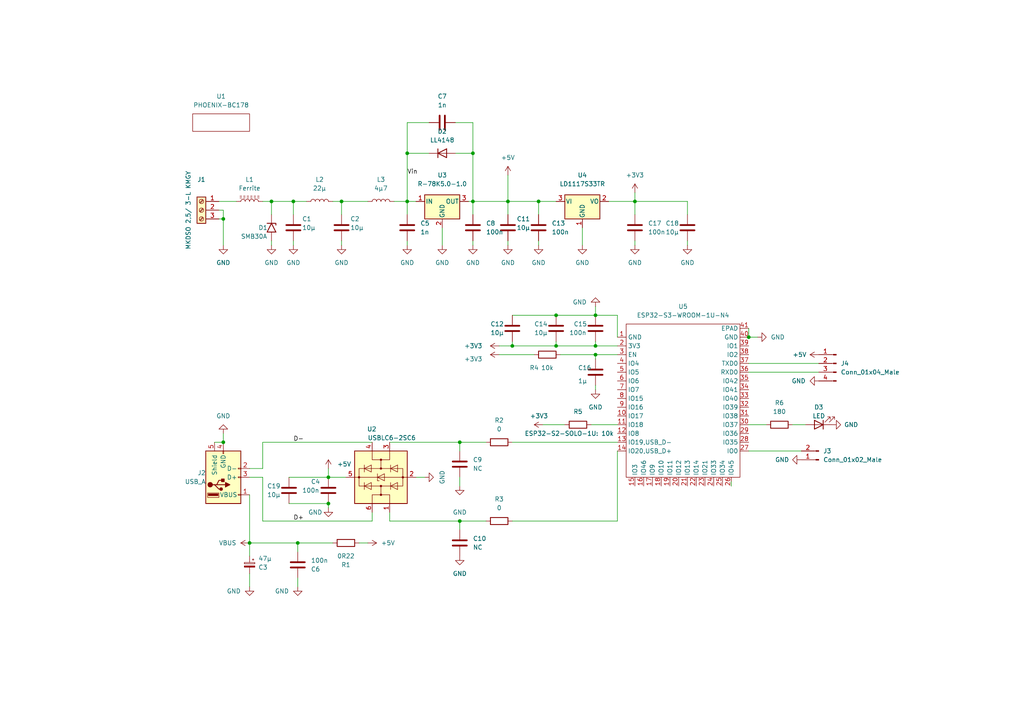
<source format=kicad_sch>
(kicad_sch (version 20230121) (generator eeschema)
  (paper "A4")
  (lib_symbols
    (symbol "Connector:Conn_01x02_Male" (pin_names (offset 1.016) hide)
      (property "Reference" "J" (at 0 2.54 0))
      (property "Value" "Conn_01x02_Male" (at 0 -5.08 0))
      (symbol "Conn_01x02_Male_1_1"
        (polyline (pts (xy 1.27 -2.54) (xy 0.8636 -2.54)) (stroke (width 0.1524)))
        (polyline (pts (xy 1.27 0) (xy 0.8636 0)) (stroke (width 0.1524)))
        (rectangle (start 0.8636 -2.413) (end 0 -2.667) (stroke (width 0.1524)) (fill (type outline)))
        (rectangle (start 0.8636 0.127) (end 0 -0.127) (stroke (width 0.1524)) (fill (type outline)))
        (pin passive line (at 5.08 0 180) (length 3.81) (name "Pin_1") (number "1"))
        (pin passive line (at 5.08 -2.54 180) (length 3.81) (name "Pin_2") (number "2"))
      )
    )
    (symbol "Connector:Conn_01x04_Male" (pin_names (offset 1.016) hide)
      (property "Reference" "J" (at 0 5.08 0))
      (property "Value" "Conn_01x04_Male" (at 0 -7.62 0))
      (symbol "Conn_01x04_Male_1_1"
        (polyline (pts (xy 1.27 -5.08) (xy 0.8636 -5.08)) (stroke (width 0.1524)))
        (polyline (pts (xy 1.27 -2.54) (xy 0.8636 -2.54)) (stroke (width 0.1524)))
        (polyline (pts (xy 1.27 0) (xy 0.8636 0)) (stroke (width 0.1524)))
        (polyline (pts (xy 1.27 2.54) (xy 0.8636 2.54)) (stroke (width 0.1524)))
        (rectangle (start 0.8636 -4.953) (end 0 -5.207) (stroke (width 0.1524)) (fill (type outline)))
        (rectangle (start 0.8636 -2.413) (end 0 -2.667) (stroke (width 0.1524)) (fill (type outline)))
        (rectangle (start 0.8636 0.127) (end 0 -0.127) (stroke (width 0.1524)) (fill (type outline)))
        (rectangle (start 0.8636 2.667) (end 0 2.413) (stroke (width 0.1524)) (fill (type outline)))
        (pin passive line (at 5.08 2.54 180) (length 3.81) (name "Pin_1") (number "1"))
        (pin passive line (at 5.08 0 180) (length 3.81) (name "Pin_2") (number "2"))
        (pin passive line (at 5.08 -2.54 180) (length 3.81) (name "Pin_3") (number "3"))
        (pin passive line (at 5.08 -5.08 180) (length 3.81) (name "Pin_4") (number "4"))
      )
    )
    (symbol "Connector:Screw_Terminal_01x03" (pin_names (offset 1.016) hide)
      (property "Reference" "J" (at 0 5.08 0))
      (property "Value" "Screw_Terminal_01x03" (at 0 -5.08 0))
      (symbol "Screw_Terminal_01x03_1_1"
        (rectangle (start -1.27 3.81) (end 1.27 -3.81) (stroke (width 0.254)) (fill (type background)))
        (circle (center 0 -2.54) (radius 0.635) (stroke (width 0.1524)))
        (polyline (pts (xy -0.5334 -2.2098) (xy 0.3302 -3.048)) (stroke (width 0.1524)))
        (polyline (pts (xy -0.5334 0.3302) (xy 0.3302 -0.508)) (stroke (width 0.1524)))
        (polyline (pts (xy -0.5334 2.8702) (xy 0.3302 2.032)) (stroke (width 0.1524)))
        (polyline (pts (xy -0.3556 -2.032) (xy 0.508 -2.8702)) (stroke (width 0.1524)))
        (polyline (pts (xy -0.3556 0.508) (xy 0.508 -0.3302)) (stroke (width 0.1524)))
        (polyline (pts (xy -0.3556 3.048) (xy 0.508 2.2098)) (stroke (width 0.1524)))
        (circle (center 0 0) (radius 0.635) (stroke (width 0.1524)))
        (circle (center 0 2.54) (radius 0.635) (stroke (width 0.1524)))
        (pin passive line (at -5.08 2.54 0) (length 3.81) (name "Pin_1") (number "1"))
        (pin passive line (at -5.08 0 0) (length 3.81) (name "Pin_2") (number "2"))
        (pin passive line (at -5.08 -2.54 0) (length 3.81) (name "Pin_3") (number "3"))
      )
    )
    (symbol "Connector:USB_A" (pin_names (offset 1.016))
      (property "Reference" "J" (at -5.08 11.43 0))
      (property "Value" "USB_A" (at -5.08 8.89 0))
      (symbol "USB_A_0_1"
        (rectangle (start -5.08 -7.62) (end 5.08 7.62) (stroke (width 0.254)) (fill (type background)))
        (circle (center -3.81 2.159) (radius 0.635) (stroke (width 0.254)) (fill (type outline)))
        (rectangle (start -1.524 4.826) (end -4.318 5.334) (fill (type outline)))
        (rectangle (start -1.27 4.572) (end -4.572 5.842))
        (circle (center -0.635 3.429) (radius 0.381) (stroke (width 0.254)) (fill (type outline)))
        (rectangle (start -0.127 -7.62) (end 0.127 -6.858))
        (polyline (pts (xy -3.175 2.159) (xy -2.54 2.159) (xy -1.27 3.429) (xy -0.635 3.429)) (stroke (width 0.254)))
        (polyline (pts (xy -2.54 2.159) (xy -1.905 2.159) (xy -1.27 0.889) (xy 0 0.889)) (stroke (width 0.254)))
        (polyline (pts (xy 0.635 2.794) (xy 0.635 1.524) (xy 1.905 2.159) (xy 0.635 2.794)) (stroke (width 0.254)) (fill (type outline)))
        (rectangle (start 0.254 1.27) (end -0.508 0.508) (stroke (width 0.254)) (fill (type outline)))
        (rectangle (start 5.08 -2.667) (end 4.318 -2.413))
        (rectangle (start 5.08 -0.127) (end 4.318 0.127))
        (rectangle (start 5.08 4.953) (end 4.318 5.207))
      )
      (symbol "USB_A_1_1"
        (polyline (pts (xy -1.905 2.159) (xy 0.635 2.159)) (stroke (width 0.254)))
        (pin power_in line (at 7.62 5.08 180) (length 2.54) (name "VBUS") (number "1"))
        (pin bidirectional line (at 7.62 -2.54 180) (length 2.54) (name "D-") (number "2"))
        (pin bidirectional line (at 7.62 0 180) (length 2.54) (name "D+") (number "3"))
        (pin power_in line (at 0 -10.16 90) (length 2.54) (name "GND") (number "4"))
        (pin passive line (at -2.54 -10.16 90) (length 2.54) (name "Shield") (number "5"))
      )
    )
    (symbol "Device:C" (pin_numbers hide) (pin_names (offset 0.254))
      (property "Reference" "C" (at 0.635 2.54 0))
      (property "Value" "C" (at 0.635 -2.54 0))
      (symbol "C_0_1"
        (polyline (pts (xy -2.032 -0.762) (xy 2.032 -0.762)) (stroke (width 0.508)))
        (polyline (pts (xy -2.032 0.762) (xy 2.032 0.762)) (stroke (width 0.508)))
      )
      (symbol "C_1_1"
        (pin passive line (at 0 3.81 270) (length 2.794) (name "~") (number "1"))
        (pin passive line (at 0 -3.81 90) (length 2.794) (name "~") (number "2"))
      )
    )
    (symbol "Device:C_Polarized_Small" (pin_numbers hide) (pin_names (offset 0.254) hide)
      (property "Reference" "C" (at 0.254 1.778 0))
      (property "Value" "C_Polarized_Small" (at 0.254 -2.032 0))
      (symbol "C_Polarized_Small_0_1"
        (rectangle (start -1.524 -0.3048) (end 1.524 -0.6858) (fill (type outline)))
        (rectangle (start -1.524 0.6858) (end 1.524 0.3048))
        (polyline (pts (xy -1.27 1.524) (xy -0.762 1.524)))
        (polyline (pts (xy -1.016 1.27) (xy -1.016 1.778)))
      )
      (symbol "C_Polarized_Small_1_1"
        (pin passive line (at 0 2.54 270) (length 1.8542) (name "~") (number "1"))
        (pin passive line (at 0 -2.54 90) (length 1.8542) (name "~") (number "2"))
      )
    )
    (symbol "Device:L" (pin_numbers hide) (pin_names (offset 1.016) hide)
      (property "Reference" "L" (at -1.27 0 90))
      (property "Value" "L" (at 1.905 0 90))
      (symbol "L_0_1"
        (arc (start 0 -2.54) (mid 0.6323 -1.905) (end 0 -1.27))
        (arc (start 0 -1.27) (mid 0.6323 -0.635) (end 0 0))
        (arc (start 0 0) (mid 0.6323 0.635) (end 0 1.27))
        (arc (start 0 1.27) (mid 0.6323 1.905) (end 0 2.54))
      )
      (symbol "L_1_1"
        (pin passive line (at 0 3.81 270) (length 1.27) (name "1") (number "1"))
        (pin passive line (at 0 -3.81 90) (length 1.27) (name "2") (number "2"))
      )
    )
    (symbol "Device:LED" (pin_numbers hide) (pin_names (offset 1.016) hide)
      (property "Reference" "D" (at 0 2.54 0))
      (property "Value" "LED" (at 0 -2.54 0))
      (symbol "LED_0_1"
        (polyline (pts (xy -1.27 -1.27) (xy -1.27 1.27)) (stroke (width 0.254)))
        (polyline (pts (xy -1.27 0) (xy 1.27 0)))
        (polyline (pts (xy 1.27 -1.27) (xy 1.27 1.27) (xy -1.27 0) (xy 1.27 -1.27)) (stroke (width 0.254)))
        (polyline (pts (xy -3.048 -0.762) (xy -4.572 -2.286) (xy -3.81 -2.286) (xy -4.572 -2.286) (xy -4.572 -1.524)))
        (polyline (pts (xy -1.778 -0.762) (xy -3.302 -2.286) (xy -2.54 -2.286) (xy -3.302 -2.286) (xy -3.302 -1.524)))
      )
      (symbol "LED_1_1"
        (pin passive line (at -3.81 0 0) (length 2.54) (name "K") (number "1"))
        (pin passive line (at 3.81 0 180) (length 2.54) (name "A") (number "2"))
      )
    )
    (symbol "Device:L_Ferrite" (pin_numbers hide) (pin_names (offset 1.016) hide)
      (property "Reference" "L" (at -1.27 0 90))
      (property "Value" "L_Ferrite" (at 2.794 0 90))
      (symbol "L_Ferrite_0_1"
        (arc (start 0 -2.54) (mid 0.6323 -1.905) (end 0 -1.27))
        (arc (start 0 -1.27) (mid 0.6323 -0.635) (end 0 0))
        (polyline (pts (xy 1.016 -2.794) (xy 1.016 -2.286)))
        (polyline (pts (xy 1.016 -1.778) (xy 1.016 -1.27)))
        (polyline (pts (xy 1.016 -0.762) (xy 1.016 -0.254)))
        (polyline (pts (xy 1.016 0.254) (xy 1.016 0.762)))
        (polyline (pts (xy 1.016 1.27) (xy 1.016 1.778)))
        (polyline (pts (xy 1.016 2.286) (xy 1.016 2.794)))
        (polyline (pts (xy 1.524 -2.286) (xy 1.524 -2.794)))
        (polyline (pts (xy 1.524 -1.27) (xy 1.524 -1.778)))
        (polyline (pts (xy 1.524 -0.254) (xy 1.524 -0.762)))
        (polyline (pts (xy 1.524 0.762) (xy 1.524 0.254)))
        (polyline (pts (xy 1.524 1.778) (xy 1.524 1.27)))
        (polyline (pts (xy 1.524 2.794) (xy 1.524 2.286)))
        (arc (start 0 0) (mid 0.6323 0.635) (end 0 1.27))
        (arc (start 0 1.27) (mid 0.6323 1.905) (end 0 2.54))
      )
      (symbol "L_Ferrite_1_1"
        (pin passive line (at 0 3.81 270) (length 1.27) (name "1") (number "1"))
        (pin passive line (at 0 -3.81 90) (length 1.27) (name "2") (number "2"))
      )
    )
    (symbol "Device:R" (pin_numbers hide) (pin_names (offset 0))
      (property "Reference" "R" (at 2.032 0 90))
      (property "Value" "R" (at 0 0 90))
      (symbol "R_0_1"
        (rectangle (start -1.016 -2.54) (end 1.016 2.54) (stroke (width 0.254)))
      )
      (symbol "R_1_1"
        (pin passive line (at 0 3.81 270) (length 1.27) (name "~") (number "1"))
        (pin passive line (at 0 -3.81 90) (length 1.27) (name "~") (number "2"))
      )
    )
    (symbol "Diode:LL4148" (pin_numbers hide) (pin_names hide)
      (property "Reference" "D" (at 0 2.54 0))
      (property "Value" "LL4148" (at 0 -2.54 0))
      (symbol "LL4148_0_1"
        (polyline (pts (xy -1.27 1.27) (xy -1.27 -1.27)) (stroke (width 0.254)))
        (polyline (pts (xy 1.27 0) (xy -1.27 0)))
        (polyline (pts (xy 1.27 1.27) (xy 1.27 -1.27) (xy -1.27 0) (xy 1.27 1.27)) (stroke (width 0.254)))
      )
      (symbol "LL4148_1_1"
        (pin passive line (at -3.81 0 0) (length 2.54) (name "K") (number "1"))
        (pin passive line (at 3.81 0 180) (length 2.54) (name "A") (number "2"))
      )
    )
    (symbol "Diode:SM6T12A" (pin_numbers hide) (pin_names (offset 1.016) hide)
      (property "Reference" "D" (at 0 2.54 0))
      (property "Value" "SM6T12A" (at 0 -2.54 0))
      (symbol "SM6T12A_0_1"
        (polyline (pts (xy -0.762 1.27) (xy -1.27 1.27) (xy -1.27 -1.27)) (stroke (width 0.254)))
        (polyline (pts (xy 1.27 1.27) (xy 1.27 -1.27) (xy -1.27 0) (xy 1.27 1.27)) (stroke (width 0.254)))
      )
      (symbol "SM6T12A_1_1"
        (pin passive line (at -3.81 0 0) (length 2.54) (name "A1") (number "1"))
        (pin passive line (at 3.81 0 180) (length 2.54) (name "A2") (number "2"))
      )
    )
    (symbol "Library:ESP32-S2-SOLO"
      (property "Reference" "U" (at 2.54 7.62 0))
      (property "Value" "ESP32-S2-SOLO" (at 10.16 5.08 0))
      (symbol "ESP32-S2-SOLO_0_1"
        (polyline (pts (xy 2.54 3.81) (xy 2.54 -40.64) (xy 35.56 -40.64) (xy 35.56 3.81) (xy 2.54 3.81)))
      )
      (symbol "ESP32-S2-SOLO_1_1"
        (pin power_in line (at 0 0 0) (length 2.54) (name "GND") (number "1"))
        (pin bidirectional line (at 0 -22.86 0) (length 2.54) (name "IO17") (number "10"))
        (pin bidirectional line (at 0 -25.4 0) (length 2.54) (name "IO18") (number "11"))
        (pin bidirectional line (at 0 -27.94 0) (length 2.54) (name "IO8") (number "12"))
        (pin bidirectional line (at 0 -30.48 0) (length 2.54) (name "IO19,USB_D-") (number "13"))
        (pin bidirectional line (at 0 -33.02 0) (length 2.54) (name "IO20,USB_D+") (number "14"))
        (pin bidirectional line (at 5.08 -43.18 90) (length 2.54) (name "IO3") (number "15"))
        (pin bidirectional line (at 7.62 -43.18 90) (length 2.54) (name "IO46") (number "16"))
        (pin bidirectional line (at 10.16 -43.18 90) (length 2.54) (name "IO9") (number "17"))
        (pin bidirectional line (at 12.7 -43.18 90) (length 2.54) (name "IO10") (number "18"))
        (pin bidirectional line (at 15.24 -43.18 90) (length 2.54) (name "IO11") (number "19"))
        (pin power_in line (at 0 -2.54 0) (length 2.54) (name "3V3") (number "2"))
        (pin bidirectional line (at 17.78 -43.18 90) (length 2.54) (name "IO12") (number "20"))
        (pin bidirectional line (at 20.32 -43.18 90) (length 2.54) (name "IO13") (number "21"))
        (pin bidirectional line (at 22.86 -43.18 90) (length 2.54) (name "IO14") (number "22"))
        (pin bidirectional line (at 25.4 -43.18 90) (length 2.54) (name "IO21") (number "23"))
        (pin bidirectional line (at 27.94 -43.18 90) (length 2.54) (name "IO33") (number "24"))
        (pin bidirectional line (at 30.48 -43.18 90) (length 2.54) (name "IO34") (number "25"))
        (pin bidirectional line (at 33.02 -43.18 90) (length 2.54) (name "IO45") (number "26"))
        (pin bidirectional line (at 38.1 -33.02 180) (length 2.54) (name "IO0") (number "27"))
        (pin bidirectional line (at 38.1 -30.48 180) (length 2.54) (name "IO35") (number "28"))
        (pin bidirectional line (at 38.1 -27.94 180) (length 2.54) (name "IO36") (number "29"))
        (pin input line (at 0 -5.08 0) (length 2.54) (name "EN") (number "3"))
        (pin bidirectional line (at 38.1 -25.4 180) (length 2.54) (name "IO37") (number "30"))
        (pin bidirectional line (at 38.1 -22.86 180) (length 2.54) (name "IO38") (number "31"))
        (pin bidirectional line (at 38.1 -20.32 180) (length 2.54) (name "IO39") (number "32"))
        (pin bidirectional line (at 38.1 -17.78 180) (length 2.54) (name "IO40") (number "33"))
        (pin bidirectional line (at 38.1 -15.24 180) (length 2.54) (name "IO41") (number "34"))
        (pin bidirectional line (at 38.1 -12.7 180) (length 2.54) (name "IO42") (number "35"))
        (pin input line (at 38.1 -10.16 180) (length 2.54) (name "RXD0") (number "36"))
        (pin output line (at 38.1 -7.62 180) (length 2.54) (name "TXD0") (number "37"))
        (pin bidirectional line (at 38.1 -5.08 180) (length 2.54) (name "IO2") (number "38"))
        (pin bidirectional line (at 38.1 -2.54 180) (length 2.54) (name "IO1") (number "39"))
        (pin bidirectional line (at 0 -7.62 0) (length 2.54) (name "IO4") (number "4"))
        (pin power_in line (at 38.1 0 180) (length 2.54) (name "GND") (number "40"))
        (pin power_in line (at 38.1 2.54 180) (length 2.54) (name "EPAD") (number "41"))
        (pin bidirectional line (at 0 -10.16 0) (length 2.54) (name "IO5") (number "5"))
        (pin bidirectional line (at 0 -12.7 0) (length 2.54) (name "IO6") (number "6"))
        (pin bidirectional line (at 0 -15.24 0) (length 2.54) (name "IO7") (number "7"))
        (pin bidirectional line (at 0 -17.78 0) (length 2.54) (name "IO15") (number "8"))
        (pin bidirectional line (at 0 -20.32 0) (length 2.54) (name "IO16") (number "9"))
      )
    )
    (symbol "Library:PHOENIX-BC178"
      (property "Reference" "U" (at 0 0 0))
      (property "Value" "PHOENIX-BC178" (at 0 0 0))
      (symbol "PHOENIX-BC178_0_1"
        (rectangle (start -7.62 -2.54) (end 8.89 -7.62))
      )
    )
    (symbol "Power_Protection:USBLC6-2SC6" (pin_names hide)
      (property "Reference" "U" (at 2.54 8.89 0))
      (property "Value" "USBLC6-2SC6" (at 2.54 -8.89 0))
      (symbol "USBLC6-2SC6_0_1"
        (rectangle (start -7.62 -7.62) (end 7.62 7.62) (stroke (width 0.254)) (fill (type background)))
        (circle (center -5.08 0) (radius 0.254) (fill (type outline)))
        (circle (center -2.54 0) (radius 0.254) (fill (type outline)))
        (rectangle (start -2.54 6.35) (end 2.54 -6.35))
        (circle (center 0 -6.35) (radius 0.254) (fill (type outline)))
        (polyline (pts (xy -5.08 -2.54) (xy -7.62 -2.54)))
        (polyline (pts (xy -5.08 0) (xy -5.08 -2.54)))
        (polyline (pts (xy -5.08 2.54) (xy -7.62 2.54)))
        (polyline (pts (xy -1.524 -2.794) (xy -3.556 -2.794)))
        (polyline (pts (xy -1.524 4.826) (xy -3.556 4.826)))
        (polyline (pts (xy 0 -7.62) (xy 0 -6.35)))
        (polyline (pts (xy 0 -6.35) (xy 0 1.27)))
        (polyline (pts (xy 0 1.27) (xy 0 6.35)))
        (polyline (pts (xy 0 6.35) (xy 0 7.62)))
        (polyline (pts (xy 1.524 -2.794) (xy 3.556 -2.794)))
        (polyline (pts (xy 1.524 4.826) (xy 3.556 4.826)))
        (polyline (pts (xy 5.08 -2.54) (xy 7.62 -2.54)))
        (polyline (pts (xy 5.08 0) (xy 5.08 -2.54)))
        (polyline (pts (xy 5.08 2.54) (xy 7.62 2.54)))
        (polyline (pts (xy -2.54 0) (xy -5.08 0) (xy -5.08 2.54)))
        (polyline (pts (xy 2.54 0) (xy 5.08 0) (xy 5.08 2.54)))
        (polyline (pts (xy -3.556 -4.826) (xy -1.524 -4.826) (xy -2.54 -2.794) (xy -3.556 -4.826)))
        (polyline (pts (xy -3.556 2.794) (xy -1.524 2.794) (xy -2.54 4.826) (xy -3.556 2.794)))
        (polyline (pts (xy -1.016 -1.016) (xy 1.016 -1.016) (xy 0 1.016) (xy -1.016 -1.016)))
        (polyline (pts (xy 1.016 1.016) (xy 0.762 1.016) (xy -1.016 1.016) (xy -1.016 0.508)))
        (polyline (pts (xy 3.556 -4.826) (xy 1.524 -4.826) (xy 2.54 -2.794) (xy 3.556 -4.826)))
        (polyline (pts (xy 3.556 2.794) (xy 1.524 2.794) (xy 2.54 4.826) (xy 3.556 2.794)))
        (circle (center 0 6.35) (radius 0.254) (fill (type outline)))
        (circle (center 2.54 0) (radius 0.254) (fill (type outline)))
        (circle (center 5.08 0) (radius 0.254) (fill (type outline)))
      )
      (symbol "USBLC6-2SC6_1_1"
        (pin passive line (at -10.16 -2.54 0) (length 2.54) (name "I/O1") (number "1"))
        (pin passive line (at 0 -10.16 90) (length 2.54) (name "GND") (number "2"))
        (pin passive line (at 10.16 -2.54 180) (length 2.54) (name "I/O2") (number "3"))
        (pin passive line (at 10.16 2.54 180) (length 2.54) (name "I/O2") (number "4"))
        (pin passive line (at 0 10.16 270) (length 2.54) (name "VBUS") (number "5"))
        (pin passive line (at -10.16 2.54 0) (length 2.54) (name "I/O1") (number "6"))
      )
    )
    (symbol "Regulator_Linear:LD1117S33TR_SOT223" (pin_names (offset 0.254))
      (property "Reference" "U" (at -3.81 3.175 0))
      (property "Value" "LD1117S33TR_SOT223" (at 0 3.175 0))
      (symbol "LD1117S33TR_SOT223_0_1"
        (rectangle (start -5.08 -5.08) (end 5.08 1.905) (stroke (width 0.254)) (fill (type background)))
      )
      (symbol "LD1117S33TR_SOT223_1_1"
        (pin power_in line (at 0 -7.62 90) (length 2.54) (name "GND") (number "1"))
        (pin power_out line (at 7.62 0 180) (length 2.54) (name "VO") (number "2"))
        (pin power_in line (at -7.62 0 0) (length 2.54) (name "VI") (number "3"))
      )
    )
    (symbol "Regulator_Switching:R-78E5.0-0.5" (pin_names (offset 0.254))
      (property "Reference" "U" (at -3.81 3.175 0))
      (property "Value" "R-78E5.0-0.5" (at 0 3.175 0))
      (symbol "R-78E5.0-0.5_0_1"
        (rectangle (start -5.08 1.905) (end 5.08 -5.08) (stroke (width 0.254)) (fill (type background)))
      )
      (symbol "R-78E5.0-0.5_1_1"
        (pin power_in line (at -7.62 0 0) (length 2.54) (name "IN") (number "1"))
        (pin power_in line (at 0 -7.62 90) (length 2.54) (name "GND") (number "2"))
        (pin power_out line (at 7.62 0 180) (length 2.54) (name "OUT") (number "3"))
      )
    )
    (symbol "power:+3V3" (power) (pin_names (offset 0))
      (property "Value" "+3V3" (at 0 3.556 0))
      (symbol "+3V3_0_1"
        (polyline (pts (xy -0.762 1.27) (xy 0 2.54)))
        (polyline (pts (xy 0 0) (xy 0 2.54)))
        (polyline (pts (xy 0 2.54) (xy 0.762 1.27)))
      )
      (symbol "+3V3_1_1"
        (pin power_in line (at 0 0 90) (length 0) hide (name "+3V3") (number "1"))
      )
    )
    (symbol "power:+5V" (power) (pin_names (offset 0))
      (property "Value" "+5V" (at 0 3.556 0))
      (symbol "+5V_0_1"
        (polyline (pts (xy -0.762 1.27) (xy 0 2.54)))
        (polyline (pts (xy 0 0) (xy 0 2.54)))
        (polyline (pts (xy 0 2.54) (xy 0.762 1.27)))
      )
      (symbol "+5V_1_1"
        (pin power_in line (at 0 0 90) (length 0) hide (name "+5V") (number "1"))
      )
    )
    (symbol "power:GND" (power) (pin_names (offset 0))
      (property "Value" "GND" (at 0 -3.81 0))
      (symbol "GND_0_1"
        (polyline (pts (xy 0 0) (xy 0 -1.27) (xy 1.27 -1.27) (xy 0 -2.54) (xy -1.27 -1.27) (xy 0 -1.27)))
      )
      (symbol "GND_1_1"
        (pin power_in line (at 0 0 270) (length 0) hide (name "GND") (number "1"))
      )
    )
    (symbol "power:VBUS" (power) (pin_names (offset 0))
      (property "Value" "VBUS" (at 0 3.81 0))
      (symbol "VBUS_0_1"
        (polyline (pts (xy -0.762 1.27) (xy 0 2.54)))
        (polyline (pts (xy 0 0) (xy 0 2.54)))
        (polyline (pts (xy 0 2.54) (xy 0.762 1.27)))
      )
      (symbol "VBUS_1_1"
        (pin power_in line (at 0 0 90) (length 0) hide (name "VBUS") (number "1"))
      )
    )
  )
  (junction (at 161.29 91.44))
  (junction (at 118.11 58.42))
  (junction (at 95.25 146.05))
  (junction (at 161.29 100.33))
  (junction (at 172.72 91.44))
  (junction (at 172.72 100.33))
  (junction (at 133.35 151.13))
  (junction (at 64.77 63.5))
  (junction (at 148.59 100.33))
  (junction (at 95.25 138.43))
  (junction (at 156.21 58.42))
  (junction (at 217.17 97.79))
  (junction (at 137.16 58.42))
  (junction (at 172.72 102.87))
  (junction (at 147.32 58.42))
  (junction (at 64.77 128.27))
  (junction (at 86.36 157.48))
  (junction (at 118.11 44.45))
  (junction (at 78.74 58.42))
  (junction (at 85.09 58.42))
  (junction (at 99.06 58.42))
  (junction (at 72.39 157.48))
  (junction (at 137.16 44.45))
  (junction (at 184.15 58.42))
  (junction (at 133.35 128.27))
  (wire (pts (xy 179.07 91.44) (xy 172.72 91.44)))
  (wire (pts (xy 156.21 58.42) (xy 156.21 62.23)))
  (wire (pts (xy 133.35 138.43) (xy 133.35 140.97)))
  (wire (pts (xy 104.14 157.48) (xy 106.68 157.48)))
  (wire (pts (xy 156.21 69.85) (xy 156.21 71.12)))
  (wire (pts (xy 199.39 71.12) (xy 199.39 69.85)))
  (wire (pts (xy 217.17 123.19) (xy 222.25 123.19)))
  (wire (pts (xy 124.46 35.56) (xy 118.11 35.56)))
  (wire (pts (xy 172.72 113.03) (xy 172.72 111.76)))
  (wire (pts (xy 78.74 62.23) (xy 78.74 58.42)))
  (wire (pts (xy 148.59 100.33) (xy 161.29 100.33)))
  (wire (pts (xy 137.16 58.42) (xy 147.32 58.42)))
  (wire (pts (xy 137.16 69.85) (xy 137.16 71.12)))
  (wire (pts (xy 137.16 58.42) (xy 137.16 62.23)))
  (wire (pts (xy 76.2 138.43) (xy 72.39 138.43)))
  (wire (pts (xy 133.35 128.27) (xy 140.97 128.27)))
  (wire (pts (xy 184.15 58.42) (xy 184.15 55.88)))
  (wire (pts (xy 86.36 157.48) (xy 96.52 157.48)))
  (wire (pts (xy 147.32 58.42) (xy 156.21 58.42)))
  (wire (pts (xy 148.59 99.06) (xy 148.59 100.33)))
  (wire (pts (xy 113.03 151.13) (xy 113.03 148.59)))
  (wire (pts (xy 118.11 58.42) (xy 120.65 58.42)))
  (wire (pts (xy 147.32 58.42) (xy 147.32 62.23)))
  (wire (pts (xy 137.16 44.45) (xy 137.16 58.42)))
  (wire (pts (xy 62.23 128.27) (xy 64.77 128.27)))
  (wire (pts (xy 107.95 151.13) (xy 107.95 148.59)))
  (wire (pts (xy 99.06 62.23) (xy 99.06 58.42)))
  (wire (pts (xy 184.15 69.85) (xy 184.15 71.12)))
  (wire (pts (xy 95.25 146.05) (xy 95.25 147.32)))
  (wire (pts (xy 85.09 58.42) (xy 88.9 58.42)))
  (wire (pts (xy 96.52 58.42) (xy 99.06 58.42)))
  (wire (pts (xy 86.36 170.18) (xy 86.36 167.64)))
  (wire (pts (xy 179.07 102.87) (xy 172.72 102.87)))
  (wire (pts (xy 171.45 123.19) (xy 179.07 123.19)))
  (wire (pts (xy 63.5 60.96) (xy 64.77 60.96)))
  (wire (pts (xy 76.2 58.42) (xy 78.74 58.42)))
  (wire (pts (xy 217.17 95.25) (xy 217.17 97.79)))
  (wire (pts (xy 76.2 135.89) (xy 72.39 135.89)))
  (wire (pts (xy 148.59 151.13) (xy 179.07 151.13)))
  (wire (pts (xy 147.32 69.85) (xy 147.32 71.12)))
  (wire (pts (xy 156.21 58.42) (xy 161.29 58.42)))
  (wire (pts (xy 184.15 62.23) (xy 184.15 58.42)))
  (wire (pts (xy 172.72 88.9) (xy 172.72 91.44)))
  (wire (pts (xy 113.03 128.27) (xy 133.35 128.27)))
  (wire (pts (xy 85.09 69.85) (xy 85.09 71.12)))
  (wire (pts (xy 135.89 58.42) (xy 137.16 58.42)))
  (wire (pts (xy 63.5 63.5) (xy 64.77 63.5)))
  (wire (pts (xy 64.77 125.73) (xy 64.77 128.27)))
  (wire (pts (xy 172.72 100.33) (xy 179.07 100.33)))
  (wire (pts (xy 78.74 58.42) (xy 85.09 58.42)))
  (wire (pts (xy 76.2 151.13) (xy 76.2 138.43)))
  (wire (pts (xy 99.06 58.42) (xy 106.68 58.42)))
  (wire (pts (xy 76.2 128.27) (xy 76.2 135.89)))
  (wire (pts (xy 64.77 60.96) (xy 64.77 63.5)))
  (wire (pts (xy 176.53 58.42) (xy 184.15 58.42)))
  (wire (pts (xy 133.35 151.13) (xy 133.35 153.67)))
  (wire (pts (xy 199.39 62.23) (xy 199.39 58.42)))
  (wire (pts (xy 118.11 58.42) (xy 118.11 62.23)))
  (wire (pts (xy 133.35 128.27) (xy 133.35 130.81)))
  (wire (pts (xy 78.74 69.85) (xy 78.74 71.12)))
  (wire (pts (xy 132.08 35.56) (xy 137.16 35.56)))
  (wire (pts (xy 212.09 140.97) (xy 212.09 139.7)))
  (wire (pts (xy 172.72 104.14) (xy 172.72 102.87)))
  (wire (pts (xy 99.06 69.85) (xy 99.06 71.12)))
  (wire (pts (xy 199.39 58.42) (xy 184.15 58.42)))
  (wire (pts (xy 95.25 135.89) (xy 95.25 138.43)))
  (wire (pts (xy 72.39 170.18) (xy 72.39 166.37)))
  (wire (pts (xy 133.35 151.13) (xy 140.97 151.13)))
  (wire (pts (xy 83.82 146.05) (xy 95.25 146.05)))
  (wire (pts (xy 179.07 130.81) (xy 179.07 151.13)))
  (wire (pts (xy 229.87 123.19) (xy 233.68 123.19)))
  (wire (pts (xy 72.39 157.48) (xy 86.36 157.48)))
  (wire (pts (xy 72.39 143.51) (xy 72.39 157.48)))
  (wire (pts (xy 144.78 102.87) (xy 154.94 102.87)))
  (wire (pts (xy 161.29 99.06) (xy 161.29 100.33)))
  (wire (pts (xy 217.17 107.95) (xy 237.49 107.95)))
  (wire (pts (xy 217.17 105.41) (xy 237.49 105.41)))
  (wire (pts (xy 161.29 100.33) (xy 172.72 100.33)))
  (wire (pts (xy 124.46 44.45) (xy 118.11 44.45)))
  (wire (pts (xy 128.27 66.04) (xy 128.27 71.12)))
  (wire (pts (xy 120.65 138.43) (xy 123.19 138.43)))
  (wire (pts (xy 144.78 100.33) (xy 148.59 100.33)))
  (wire (pts (xy 113.03 151.13) (xy 133.35 151.13)))
  (wire (pts (xy 179.07 97.79) (xy 179.07 91.44)))
  (wire (pts (xy 118.11 44.45) (xy 118.11 58.42)))
  (wire (pts (xy 217.17 130.81) (xy 232.41 130.81)))
  (wire (pts (xy 86.36 160.02) (xy 86.36 157.48)))
  (wire (pts (xy 217.17 97.79) (xy 219.71 97.79)))
  (wire (pts (xy 148.59 128.27) (xy 179.07 128.27)))
  (wire (pts (xy 85.09 62.23) (xy 85.09 58.42)))
  (wire (pts (xy 114.3 58.42) (xy 118.11 58.42)))
  (wire (pts (xy 147.32 50.8) (xy 147.32 58.42)))
  (wire (pts (xy 161.29 91.44) (xy 172.72 91.44)))
  (wire (pts (xy 132.08 44.45) (xy 137.16 44.45)))
  (wire (pts (xy 107.95 151.13) (xy 76.2 151.13)))
  (wire (pts (xy 72.39 161.29) (xy 72.39 157.48)))
  (wire (pts (xy 63.5 58.42) (xy 68.58 58.42)))
  (wire (pts (xy 107.95 128.27) (xy 76.2 128.27)))
  (wire (pts (xy 148.59 91.44) (xy 161.29 91.44)))
  (wire (pts (xy 64.77 63.5) (xy 64.77 71.12)))
  (wire (pts (xy 168.91 66.04) (xy 168.91 71.12)))
  (wire (pts (xy 83.82 138.43) (xy 95.25 138.43)))
  (wire (pts (xy 95.25 138.43) (xy 100.33 138.43)))
  (wire (pts (xy 137.16 35.56) (xy 137.16 44.45)))
  (wire (pts (xy 118.11 35.56) (xy 118.11 44.45)))
  (wire (pts (xy 172.72 102.87) (xy 162.56 102.87)))
  (wire (pts (xy 118.11 69.85) (xy 118.11 71.12)))
  (wire (pts (xy 157.48 123.19) (xy 163.83 123.19)))
  (wire (pts (xy 172.72 99.06) (xy 172.72 100.33)))
  (label "D+" (at 85.09 151.13 0))
  (label "D-" (at 85.09 128.27 0))
  (label "Vin" (at 118.11 50.8 0))
  (symbol (lib_id "power:GND") (at 172.72 113.03 0) (mirror y) (unit 1)
    (property "Reference" "#PWR025" (effects hide))
    (property "Value" "GND" (at 172.72 118.11 0))
  )
  (symbol (lib_id "Connector:Conn_01x04_Male") (at 242.57 105.41 0) (mirror y) (unit 1)
    (property "Reference" "J4" (at 243.84 105.4099 0) (effects (justify right)))
    (property "Value" "Conn_01x04_Male" (at 243.84 107.9499 0) (effects (justify right)))
    (property "Footprint" "Connector_PinHeader_2.00mm:PinHeader_1x04_P2.00mm_Horizontal" (effects hide))
  )
  (symbol (lib_id "power:GND") (at 95.25 147.32 0) (mirror y) (unit 1)
    (property "Reference" "#PWR07" (effects hide))
    (property "Value" "GND" (at 91.44 148.59 0))
  )
  (symbol (lib_id "power:GND") (at 128.27 71.12 0) (unit 1)
    (property "Reference" "#PWR012" (effects hide))
    (property "Value" "GND" (at 128.27 76.2 0))
  )
  (symbol (lib_id "power:GND") (at 72.39 170.18 0) (unit 1)
    (property "Reference" "#PWR06" (effects hide))
    (property "Value" "GND" (at 69.85 171.4501 0) (effects (justify right)))
  )
  (symbol (lib_id "power:GND") (at 64.77 71.12 0) (unit 1)
    (property "Reference" "#PWR01" (effects hide))
    (property "Value" "GND" (at 64.77 76.2 0))
  )
  (symbol (lib_id "power:GND") (at 241.3 123.19 90) (mirror x) (unit 1)
    (property "Reference" "#PWR033" (effects hide))
    (property "Value" "GND" (at 248.92 123.19 90) (effects (justify left)))
  )
  (symbol (lib_id "power:GND") (at 156.21 71.12 0) (unit 1)
    (property "Reference" "#PWR021" (effects hide))
    (property "Value" "GND" (at 156.21 76.2 0))
  )
  (symbol (lib_id "power:+3V3") (at 157.48 123.19 90) (unit 1)
    (property "Reference" "#PWR022" (effects hide))
    (property "Value" "+3V3" (at 153.67 120.65 90) (effects (justify right)))
  )
  (symbol (lib_id "power:GND") (at 123.19 138.43 90) (mirror x) (unit 1)
    (property "Reference" "#PWR011" (effects hide))
    (property "Value" "GND" (at 128.27 138.43 0))
  )
  (symbol (lib_id "Device:C") (at 148.59 95.25 0) (unit 1)
    (property "Reference" "C12" (at 142.24 93.98 0) (effects (justify left)))
    (property "Value" "10µ" (at 142.24 96.52 0) (effects (justify left)))
    (property "Footprint" "Capacitor_SMD:C_1206_3216Metric" (effects hide))
  )
  (symbol (lib_id "Connector:Conn_01x02_Male") (at 237.49 133.35 180) (unit 1)
    (property "Reference" "J3" (at 238.76 130.8099 0) (effects (justify right)))
    (property "Value" "Conn_01x02_Male" (at 238.76 133.3499 0) (effects (justify right)))
    (property "Footprint" "Connector_PinHeader_2.00mm:PinHeader_1x02_P2.00mm_Horizontal" (effects hide))
  )
  (symbol (lib_id "power:GND") (at 99.06 71.12 0) (unit 1)
    (property "Reference" "#PWR04" (effects hide))
    (property "Value" "GND" (at 99.06 76.2 0))
  )
  (symbol (lib_id "Device:R") (at 226.06 123.19 90) (unit 1)
    (property "Reference" "R6" (at 226.06 116.84 90))
    (property "Value" "180" (at 226.06 119.38 90))
    (property "Footprint" "Resistor_SMD:R_0603_1608Metric" (effects hide))
  )
  (symbol (lib_id "power:GND") (at 86.36 170.18 0) (unit 1)
    (property "Reference" "#PWR09" (effects hide))
    (property "Value" "GND" (at 83.82 171.4501 0) (effects (justify right)))
  )
  (symbol (lib_id "power:+5V") (at 147.32 50.8 0) (unit 1)
    (property "Reference" "#PWR019" (effects hide))
    (property "Value" "+5V" (at 147.32 45.72 0))
  )
  (symbol (lib_id "Device:L") (at 92.71 58.42 90) (unit 1)
    (property "Reference" "L2" (at 92.71 52.07 90))
    (property "Value" "22µ" (at 92.71 54.61 90))
    (property "Footprint" "Inductor_SMD:L_1210_3225Metric" (effects hide))
  )
  (symbol (lib_id "Device:C") (at 86.36 163.83 0) (mirror x) (unit 1)
    (property "Reference" "C6" (at 90.17 165.1001 0) (effects (justify left)))
    (property "Value" "100n" (at 90.17 162.5601 0) (effects (justify left)))
    (property "Footprint" "Capacitor_SMD:C_0603_1608Metric" (effects hide))
  )
  (symbol (lib_id "Diode:SM6T12A") (at 78.74 66.04 270) (unit 1)
    (property "Reference" "D1" (at 74.93 66.04 90) (effects (justify left)))
    (property "Value" "SMB30A" (at 69.85 68.58 90) (effects (justify left)))
    (property "Footprint" "Diode_SMD:D_SMB" (effects hide))
    (property "Datasheet" "https://www.st.com/resource/en/datasheet/sm6t.pdf" (effects hide))
  )
  (symbol (lib_id "Device:R") (at 158.75 102.87 90) (unit 1)
    (property "Reference" "R4" (at 154.94 106.68 90))
    (property "Value" "10k" (at 158.75 106.68 90))
    (property "Footprint" "Resistor_SMD:R_0603_1608Metric" (effects hide))
  )
  (symbol (lib_id "power:GND") (at 237.49 110.49 270) (mirror x) (unit 1)
    (property "Reference" "#PWR032" (effects hide))
    (property "Value" "GND" (at 233.68 110.49 90) (effects (justify right)))
  )
  (symbol (lib_id "power:GND") (at 168.91 71.12 0) (mirror y) (unit 1)
    (property "Reference" "#PWR023" (effects hide))
    (property "Value" "GND" (at 168.91 76.2 0))
  )
  (symbol (lib_id "power:GND") (at 133.35 140.97 0) (mirror y) (unit 1)
    (property "Reference" "#PWR015" (effects hide))
    (property "Value" "GND" (at 133.35 148.59 0))
  )
  (symbol (lib_id "Device:C") (at 128.27 35.56 90) (unit 1)
    (property "Reference" "C7" (at 128.27 27.94 90))
    (property "Value" "1n" (at 128.27 30.48 90))
    (property "Footprint" "Capacitor_SMD:C_0603_1608Metric" (effects hide))
  )
  (symbol (lib_id "Device:C") (at 133.35 157.48 0) (unit 1)
    (property "Reference" "C10" (at 137.16 156.2099 0) (effects (justify left)))
    (property "Value" "NC" (at 137.16 158.7499 0) (effects (justify left)))
    (property "Footprint" "Capacitor_SMD:C_0603_1608Metric" (effects hide))
  )
  (symbol (lib_id "Device:C") (at 118.11 66.04 0) (unit 1)
    (property "Reference" "C5" (at 121.92 64.7699 0) (effects (justify left)))
    (property "Value" "1n" (at 121.92 67.3099 0) (effects (justify left)))
    (property "Footprint" "Capacitor_SMD:C_0603_1608Metric" (effects hide))
  )
  (symbol (lib_id "power:+3V3") (at 184.15 55.88 0) (unit 1)
    (property "Reference" "#PWR026" (effects hide))
    (property "Value" "+3V3" (at 184.15 50.8 0))
  )
  (symbol (lib_id "Device:C") (at 156.21 66.04 0) (unit 1)
    (property "Reference" "C13" (at 160.02 64.7699 0) (effects (justify left)))
    (property "Value" "100n" (at 160.02 67.3099 0) (effects (justify left)))
    (property "Footprint" "Capacitor_SMD:C_0603_1608Metric" (effects hide))
  )
  (symbol (lib_id "Device:C") (at 99.06 66.04 0) (unit 1)
    (property "Reference" "C2" (at 101.6 63.5 0) (effects (justify left)))
    (property "Value" "10µ" (at 101.6 66.04 0) (effects (justify left)))
    (property "Footprint" "Capacitor_SMD:C_1206_3216Metric" (effects hide))
  )
  (symbol (lib_id "power:GND") (at 147.32 71.12 0) (unit 1)
    (property "Reference" "#PWR020" (effects hide))
    (property "Value" "GND" (at 147.32 76.2 0))
  )
  (symbol (lib_id "Device:C") (at 133.35 134.62 0) (unit 1)
    (property "Reference" "C9" (at 137.16 133.3499 0) (effects (justify left)))
    (property "Value" "NC" (at 137.16 135.8899 0) (effects (justify left)))
    (property "Footprint" "Capacitor_SMD:C_0603_1608Metric" (effects hide))
  )
  (symbol (lib_id "Device:LED") (at 237.49 123.19 180) (unit 1)
    (property "Reference" "D3" (at 237.49 118.11 0))
    (property "Value" "LED" (at 237.49 120.65 0))
    (property "Footprint" "LED_THT:LED_D1.8mm_W1.8mm_H2.4mm_Horizontal_O3.81mm_Z1.6mm" (effects hide))
  )
  (symbol (lib_id "power:GND") (at 219.71 97.79 90) (mirror x) (unit 1)
    (property "Reference" "#PWR029" (effects hide))
    (property "Value" "GND" (at 223.52 97.7899 90) (effects (justify right)))
  )
  (symbol (lib_id "power:GND") (at 118.11 71.12 0) (unit 1)
    (property "Reference" "#PWR08" (effects hide))
    (property "Value" "GND" (at 118.11 76.2 0))
  )
  (symbol (lib_id "Device:C") (at 85.09 66.04 0) (unit 1)
    (property "Reference" "C1" (at 87.63 63.5 0) (effects (justify left)))
    (property "Value" "10µ" (at 87.63 66.04 0) (effects (justify left)))
    (property "Footprint" "Capacitor_SMD:C_1206_3216Metric" (effects hide))
  )
  (symbol (lib_id "power:+5V") (at 95.25 135.89 0) (unit 1)
    (property "Reference" "#PWR010" (effects hide))
    (property "Value" "+5V" (at 97.79 134.6199 0) (effects (justify left)))
  )
  (symbol (lib_id "power:+5V") (at 237.49 102.87 90) (unit 1)
    (property "Reference" "#PWR031" (effects hide))
    (property "Value" "+5V" (at 229.87 102.87 90) (effects (justify right)))
  )
  (symbol (lib_id "power:GND") (at 184.15 71.12 0) (unit 1)
    (property "Reference" "#PWR027" (effects hide))
    (property "Value" "GND" (at 184.15 76.2 0))
  )
  (symbol (lib_id "Power_Protection:USBLC6-2SC6") (at 110.49 138.43 90) (unit 1)
    (property "Reference" "U2" (at 109.22 124.46 90) (effects (justify left)))
    (property "Value" "USBLC6-2SC6" (at 120.65 127 90) (effects (justify left)))
    (property "Footprint" "Package_TO_SOT_SMD:SOT-23-6" (effects hide))
    (property "Datasheet" "https://www.st.com/resource/en/datasheet/usblc6-2.pdf" (effects hide))
  )
  (symbol (lib_id "power:+3V3") (at 144.78 100.33 90) (unit 1)
    (property "Reference" "#PWR017" (effects hide))
    (property "Value" "+3V3" (at 134.62 100.33 90) (effects (justify right)))
  )
  (symbol (lib_id "Regulator_Switching:R-78E5.0-0.5") (at 128.27 58.42 0) (unit 1)
    (property "Reference" "U3" (at 128.27 50.8 0))
    (property "Value" "R-78K5.0-1.0" (at 128.27 53.34 0))
    (property "Footprint" "Converter_DCDC:Converter_DCDC_RECOM_R-78E-0.5_THT" (effects hide))
    (property "Datasheet" "https://www.recom-power.com/pdf/Innoline/R-78Exx-0.5.pdf" (effects hide))
  )
  (symbol (lib_id "power:VBUS") (at 72.39 157.48 90) (unit 1)
    (property "Reference" "#PWR0101" (effects hide))
    (property "Value" "VBUS" (at 68.58 157.4799 90) (effects (justify left)))
  )
  (symbol (lib_id "Device:C") (at 83.82 142.24 0) (unit 1)
    (property "Reference" "C19" (at 77.47 140.97 0) (effects (justify left)))
    (property "Value" "10µ" (at 77.47 143.51 0) (effects (justify left)))
    (property "Footprint" "Capacitor_SMD:C_1206_3216Metric" (effects hide))
  )
  (symbol (lib_id "Device:R") (at 100.33 157.48 90) (mirror x) (unit 1)
    (property "Reference" "R1" (at 100.33 163.83 90))
    (property "Value" "0R22" (at 100.33 161.29 90))
    (property "Footprint" "Resistor_SMD:R_0603_1608Metric" (effects hide))
  )
  (symbol (lib_id "Device:C") (at 172.72 95.25 0) (unit 1)
    (property "Reference" "C15" (at 166.37 93.98 0) (effects (justify left)))
    (property "Value" "100n" (at 165.1 96.52 0) (effects (justify left)))
    (property "Footprint" "Capacitor_SMD:C_0603_1608Metric" (effects hide))
  )
  (symbol (lib_id "Diode:LL4148") (at 128.27 44.45 0) (unit 1)
    (property "Reference" "D2" (at 128.27 38.1 0))
    (property "Value" "LL4148" (at 128.27 40.64 0))
    (property "Footprint" "Diode_SMD:D_MiniMELF" (effects hide))
    (property "Datasheet" "http://www.vishay.com/docs/85557/ll4148.pdf" (effects hide))
  )
  (symbol (lib_id "power:GND") (at 85.09 71.12 0) (unit 1)
    (property "Reference" "#PWR03" (effects hide))
    (property "Value" "GND" (at 85.09 76.2 0))
  )
  (symbol (lib_id "Regulator_Linear:LD1117S33TR_SOT223") (at 168.91 58.42 0) (unit 1)
    (property "Reference" "U4" (at 168.91 50.8 0))
    (property "Value" "LD1117S33TR" (at 168.91 53.34 0))
    (property "Footprint" "Package_TO_SOT_SMD:SOT-223-3_TabPin2" (effects hide))
    (property "Datasheet" "http://www.st.com/st-web-ui/static/active/en/resource/technical/document/datasheet/CD00000544.pdf" (effects hide))
  )
  (symbol (lib_id "power:GND") (at 199.39 71.12 0) (unit 1)
    (property "Reference" "#PWR028" (effects hide))
    (property "Value" "GND" (at 199.39 76.2 0))
  )
  (symbol (lib_id "Device:C") (at 137.16 66.04 0) (unit 1)
    (property "Reference" "C8" (at 140.97 64.7699 0) (effects (justify left)))
    (property "Value" "100n" (at 140.97 67.3099 0) (effects (justify left)))
    (property "Footprint" "Capacitor_SMD:C_0603_1608Metric" (effects hide))
  )
  (symbol (lib_id "Device:C") (at 147.32 66.04 0) (unit 1)
    (property "Reference" "C11" (at 149.86 63.5 0) (effects (justify left)))
    (property "Value" "10µ" (at 149.86 66.04 0) (effects (justify left)))
    (property "Footprint" "Capacitor_SMD:C_1206_3216Metric" (effects hide))
  )
  (symbol (lib_id "power:GND") (at 172.72 88.9 0) (mirror x) (unit 1)
    (property "Reference" "#PWR024" (effects hide))
    (property "Value" "GND" (at 170.18 87.6299 0) (effects (justify right)))
  )
  (symbol (lib_id "Device:C_Polarized_Small") (at 72.39 163.83 0) (mirror y) (unit 1)
    (property "Reference" "C3" (at 74.93 164.554 0) (effects (justify right)))
    (property "Value" "47µ" (at 74.93 162.014 0) (effects (justify right)))
    (property "Footprint" "Capacitor_Tantalum_SMD:CP_EIA-3528-15_AVX-H" (effects hide))
  )
  (symbol (lib_id "Device:C") (at 172.72 107.95 0) (unit 1)
    (property "Reference" "C16" (at 167.64 106.68 0) (effects (justify left)))
    (property "Value" "1µ" (at 167.64 110.49 0) (effects (justify left)))
    (property "Footprint" "Capacitor_SMD:C_1206_3216Metric" (effects hide))
  )
  (symbol (lib_id "Connector:USB_A") (at 64.77 138.43 0) (mirror x) (unit 1)
    (property "Reference" "J2" (at 59.69 137.1599 0) (effects (justify right)))
    (property "Value" "USB_A" (at 59.69 139.6999 0) (effects (justify right)))
    (property "Footprint" "Connector_USB:USB_A_Molex_67643_Horizontal" (effects hide))
    (property "Datasheet" " ~" (effects hide))
  )
  (symbol (lib_id "power:+5V") (at 106.68 157.48 270) (mirror x) (unit 1)
    (property "Reference" "#PWR014" (effects hide))
    (property "Value" "+5V" (at 110.49 157.4801 90) (effects (justify left)))
  )
  (symbol (lib_id "Device:R") (at 144.78 151.13 90) (unit 1)
    (property "Reference" "R3" (at 144.78 144.78 90))
    (property "Value" "0" (at 144.78 147.32 90))
    (property "Footprint" "Resistor_SMD:R_0603_1608Metric" (effects hide))
  )
  (symbol (lib_id "Device:C") (at 184.15 66.04 0) (unit 1)
    (property "Reference" "C17" (at 187.96 64.7699 0) (effects (justify left)))
    (property "Value" "100n" (at 187.96 67.3099 0) (effects (justify left)))
    (property "Footprint" "Capacitor_SMD:C_0603_1608Metric" (effects hide))
  )
  (symbol (lib_id "power:GND") (at 133.35 161.29 0) (mirror y) (unit 1)
    (property "Reference" "#PWR016" (effects hide))
    (property "Value" "GND" (at 133.35 166.37 0))
  )
  (symbol (lib_id "power:+3V3") (at 144.78 102.87 90) (unit 1)
    (property "Reference" "#PWR018" (effects hide))
    (property "Value" "+3V3" (at 134.62 104.14 90) (effects (justify right)))
  )
  (symbol (lib_id "Device:L_Ferrite") (at 72.39 58.42 90) (unit 1)
    (property "Reference" "L1" (at 72.39 52.07 90))
    (property "Value" "Ferrite" (at 72.39 54.61 90))
    (property "Footprint" "Inductor_SMD:L_1806_4516Metric" (effects hide))
  )
  (symbol (lib_id "Library:ESP32-S2-SOLO") (at 179.07 97.79 0) (unit 1)
    (property "Reference" "U5" (at 198.12 88.9 0))
    (property "Value" "ESP32-S3-WROOM-1U-N4" (at 198.12 91.44 0))
    (property "Footprint" "Library:ESP32-S2-SOLO-U" (effects hide))
  )
  (symbol (lib_id "Device:C") (at 95.25 142.24 0) (unit 1)
    (property "Reference" "C4" (at 90.17 139.7 0) (effects (justify left)))
    (property "Value" "100n" (at 87.63 142.24 0) (effects (justify left)))
    (property "Footprint" "Capacitor_SMD:C_0603_1608Metric" (effects hide))
  )
  (symbol (lib_id "power:GND") (at 78.74 71.12 0) (unit 1)
    (property "Reference" "#PWR02" (effects hide))
    (property "Value" "GND" (at 78.74 76.2 0))
  )
  (symbol (lib_id "power:GND") (at 137.16 71.12 0) (unit 1)
    (property "Reference" "#PWR013" (effects hide))
    (property "Value" "GND" (at 137.16 76.2 0))
  )
  (symbol (lib_id "Device:L") (at 110.49 58.42 90) (unit 1)
    (property "Reference" "L3" (at 110.49 52.07 90))
    (property "Value" "4µ7" (at 110.49 54.61 90))
    (property "Footprint" "Inductor_SMD:L_1210_3225Metric" (effects hide))
  )
  (symbol (lib_id "power:GND") (at 232.41 133.35 270) (mirror x) (unit 1)
    (property "Reference" "#PWR030" (effects hide))
    (property "Value" "GND" (at 224.79 133.35 90) (effects (justify left)))
  )
  (symbol (lib_id "Device:C") (at 161.29 95.25 0) (unit 1)
    (property "Reference" "C14" (at 154.94 93.98 0) (effects (justify left)))
    (property "Value" "10µ" (at 154.94 96.52 0) (effects (justify left)))
    (property "Footprint" "Capacitor_SMD:C_1206_3216Metric" (effects hide))
  )
  (symbol (lib_id "power:GND") (at 64.77 125.73 0) (mirror x) (unit 1)
    (property "Reference" "#PWR05" (effects hide))
    (property "Value" "GND" (at 64.77 120.65 0))
  )
  (symbol (lib_id "Device:C") (at 199.39 66.04 0) (unit 1)
    (property "Reference" "C18" (at 193.04 64.77 0) (effects (justify left)))
    (property "Value" "10µ" (at 193.04 67.31 0) (effects (justify left)))
    (property "Footprint" "Capacitor_SMD:C_1206_3216Metric" (effects hide))
  )
  (symbol (lib_id "Library:PHOENIX-BC178") (at 63.5 30.48 0) (unit 1)
    (property "Reference" "U1" (at 64.135 27.94 0))
    (property "Value" "PHOENIX-BC178" (at 64.135 30.48 0))
    (property "Footprint" "Library:phoenix-bc178-reduced-1" (effects hide))
  )
  (symbol (lib_id "Device:R") (at 167.64 123.19 90) (unit 1)
    (property "Reference" "R5" (at 167.64 119.38 90))
    (property "Value" "ESP32-S2-SOLO-1U: 10k" (at 165.1 125.73 90))
    (property "Footprint" "Resistor_SMD:R_0603_1608Metric" (effects hide))
  )
  (symbol (lib_id "Device:R") (at 144.78 128.27 90) (unit 1)
    (property "Reference" "R2" (at 144.78 121.92 90))
    (property "Value" "0" (at 144.78 124.46 90))
    (property "Footprint" "Resistor_SMD:R_0603_1608Metric" (effects hide))
  )
  (symbol (lib_id "Connector:Screw_Terminal_01x03") (at 58.42 60.96 0) (mirror y) (unit 1)
    (property "Reference" "J1" (at 58.42 52.07 0))
    (property "Value" "MKDSO 2,5/ 3-L KMGY" (at 54.61 60.96 90))
    (property "Footprint" "Library:phoenix-mkdso-2-5-3-l-kmgy" (effects hide))
  )
)
</source>
